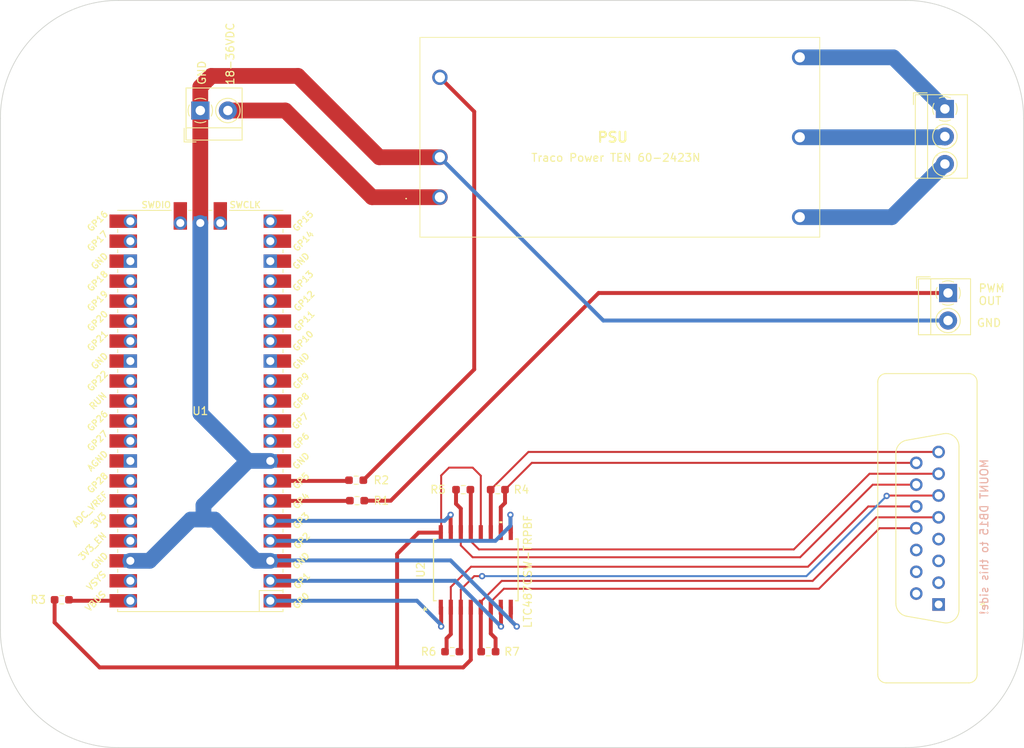
<source format=kicad_pcb>
(kicad_pcb (version 20211014) (generator pcbnew)
  (title_block (title "LFI Rig Driver PCB") (rev "2") (company "Fraktal Oy"))
  (layers (0 "F.Cu" signal) (31 "B.Cu" signal) (34 "B.Paste" user) (35 "F.Paste" user) (36 "B.SilkS" user "B.Silkscreen") (37 "F.SilkS" user "F.Silkscreen") (38 "B.Mask" user) (39 "F.Mask" user) (44 "Edge.Cuts" user))
  (net 0 "")
  (net 1 "Net-(J1-Pad1)")
  (net 2 "Net-(J1-Pad2)")
  (net 3 "Net-(J1-Pad3)")
  (net 4 "Net-(J2-Pad1)")
  (net 5 "GND")
  (net 6 "+15V")
  (net 7 "Net-(PSU1-Pad3)")
  (net 8 "Net-(R1-Pad1)")
  (net 9 "Net-(R2-Pad1)")
  (net 10 "Net-(R3-Pad1)")
  (net 11 "+5V")
  (net 12 "/X-data")
  (net 13 "/Y-data")
  (net 14 "/clock")
  (net 15 "/sync")
  (net 52 "Net-(R7-Pad1)")
  (net 53 "Net-(U2-Pad3)")
  (net 54 "Net-(U2-Pad13)")
  (net 55 "Net-(R4-Pad2)")
  (net 59 "Net-(R7-Pad2)")
  (net 60 "Net-(U2-Pad2)")
  (net 61 "Net-(U2-Pad14)")
  (net 62 "Net-(R4-Pad1)")
  (footprint "Resistor_SMD:R_0603_1608Metric_Pad0.98x0.95mm_HandSolder" (layer "F.Cu") (at 125.2 106)
    (fp_text reference "R2" (at 3.2 0) (layer "F.SilkS"))
    (fp_text value "R102")
    (fp_line (start -0.254724 0.5225) (end 0.254724 0.5225) (layer "F.SilkS") (width 0.12))
    (fp_line (start -0.254724 -0.5225) (end 0.254724 -0.5225) (layer "F.SilkS") (width 0.12))
    (pad "1" smd roundrect (at -0.9125 0) (size 0.975 0.95) (layers "F.Cu" "F.Paste" "F.Mask") (net 9 "Net-(R2-Pad1)"))
    (pad "2" smd roundrect (at 0.9125 0) (size 0.975 0.95) (layers "F.Cu" "F.Paste" "F.Mask") (net 7 "Net-(PSU1-Pad3)"))
  )
  (footprint "Resistor_SMD:R_0603_1608Metric_Pad0.98x0.95mm_HandSolder" (layer "F.Cu") (at 125.3125 108.6)
    (fp_text reference "R1" (at 3.0875 0) (layer "F.SilkS"))
    (fp_text value "R102")
    (fp_line (start -0.254724 0.5225) (end 0.254724 0.5225) (layer "F.SilkS") (width 0.12))
    (fp_line (start -0.254724 -0.5225) (end 0.254724 -0.5225) (layer "F.SilkS") (width 0.12))
    (pad "1" smd roundrect (at -0.9125 0) (size 0.975 0.95) (layers "F.Cu" "F.Paste" "F.Mask") (net 8 "Net-(R1-Pad1)"))
    (pad "2" smd roundrect (at 0.9125 0) (size 0.975 0.95) (layers "F.Cu" "F.Paste" "F.Mask") (net 4 "Net-(J2-Pad1)"))
  )
  (footprint "Ten-60-2423N:TEN602423N" (layer "F.Cu") (at 135.84 70.2)
    (fp_text reference "PSU" (at 21.96 -7.8) (layer "F.SilkS") (effects (font (size 1.27 1.27) (thickness 0.254))))
    (fp_text value "TEN_60-2423N" hide)
    (fp_line (start -4.34 0) (end -4.34 0) (layer "F.SilkS") (width 0.1))
    (fp_line (start 48.26 4.9) (end 48.26 -20.5) (layer "F.SilkS") (width 0.1))
    (fp_line (start -2.54 -20.5) (end -2.54 4.9) (layer "F.SilkS") (width 0.1))
    (fp_line (start -2.54 4.9) (end 48.26 4.9) (layer "F.SilkS") (width 0.1))
    (fp_line (start 48.26 -20.5) (end -2.54 -20.5) (layer "F.SilkS") (width 0.1))
    (fp_line (start -4.24 0) (end -4.24 0) (layer "F.SilkS") (width 0.1))
    (fp_arc (start -4.34 0) (mid -4.29 -0.05) (end -4.24 0) (layer "F.SilkS") (width 0.1))
    (fp_arc (start -4.24 0) (mid -4.29 0.05) (end -4.34 0) (layer "F.SilkS") (width 0.1))
    (pad "1" thru_hole circle locked (at 0 -0.18) (size 1.95 1.95) (drill 1.3) (layers *.Cu *.Mask) (net 6 "+15V"))
    (pad "2" thru_hole circle locked (at 0 -5.26) (size 1.95 1.95) (drill 1.3) (layers *.Cu *.Mask) (net 5 "GND"))
    (pad "3" thru_hole circle locked (at 0 -15.42) (size 1.95 1.95) (drill 1.3) (layers *.Cu *.Mask) (net 7 "Net-(PSU1-Pad3)"))
    (pad "4" thru_hole circle locked (at 45.72 2.36) (size 1.95 1.95) (drill 1.3) (layers *.Cu *.Mask) (net 3 "Net-(J1-Pad3)"))
    (pad "5" thru_hole circle locked (at 45.72 -7.8) (size 1.95 1.95) (drill 1.3) (layers *.Cu *.Mask) (net 2 "Net-(J1-Pad2)"))
    (pad "6" thru_hole circle locked (at 45.72 -17.96) (size 1.95 1.95) (drill 1.3) (layers *.Cu *.Mask) (net 1 "Net-(J1-Pad1)"))
  )
  (footprint "Resistor_SMD:R_0603_1608Metric_Pad0.98x0.95mm_HandSolder" (layer "F.Cu") (at 142 127.8)
    (fp_text reference "R7" (at 3 0) (layer "F.SilkS"))
    (fp_text value "R120")
    (fp_line (start -0.254724 -0.5225) (end 0.254724 -0.5225) (layer "F.SilkS") (width 0.12))
    (fp_line (start -0.254724 0.5225) (end 0.254724 0.5225) (layer "F.SilkS") (width 0.12))
    (pad "1" smd roundrect (at -0.9125 0) (size 0.975 0.95) (layers "F.Cu" "F.Paste" "F.Mask") (net 52 "Net-(R7-Pad1)"))
    (pad "2" smd roundrect (at 0.9125 0) (size 0.975 0.95) (layers "F.Cu" "F.Paste" "F.Mask") (net 59 "Net-(R7-Pad2)"))
  )
  (footprint "Resistor_SMD:R_0603_1608Metric_Pad0.98x0.95mm_HandSolder" (layer "F.Cu") (at 138.8 107.2 180)
    (fp_text reference "R5" (at 3.2 0) (layer "F.SilkS"))
    (fp_text value "R120")
    (fp_line (start -0.254724 -0.5225) (end 0.254724 -0.5225) (layer "F.SilkS") (width 0.12))
    (fp_line (start -0.254724 0.5225) (end 0.254724 0.5225) (layer "F.SilkS") (width 0.12))
    (pad "1" smd roundrect (at -0.9125 0 180) (size 0.975 0.95) (layers "F.Cu" "F.Paste" "F.Mask") (net 54 "Net-(U2-Pad13)"))
    (pad "2" smd roundrect (at 0.9125 0 180) (size 0.975 0.95) (layers "F.Cu" "F.Paste" "F.Mask") (net 61 "Net-(U2-Pad14)"))
  )
  (footprint "Connector_Dsub:DSUB-15_Female_Vertical_P2.77x2.84mm" (layer "F.Cu") (at 199.2 121.8 -90)
    (fp_text reference "J4" hide)
    (fp_text value "DB15_Female")
    (fp_line (start -21.71147 -0.641744) (end -20.882733 4.058256) (layer "F.SilkS") (width 0.12))
    (fp_line (start 2.32147 -0.641744) (end 1.492733 4.058256) (layer "F.SilkS") (width 0.12))
    (fp_line (start 9.965 -3.83) (end 9.965 6.67) (layer "F.SilkS") (width 0.12))
    (fp_line (start -19.247952 5.43) (end -0.142048 5.43) (layer "F.SilkS") (width 0.12))
    (fp_line (start -0.25 -5.784338) (end 0.25 -5.784338) (layer "F.SilkS") (width 0.12))
    (fp_line (start -20.076689 -2.59) (end 0.686689 -2.59) (layer "F.SilkS") (width 0.12))
    (fp_line (start -28.295 -4.89) (end 8.905 -4.89) (layer "F.SilkS") (width 0.12))
    (fp_line (start 8.905 7.73) (end -28.295 7.73) (layer "F.SilkS") (width 0.12))
    (fp_line (start 0 -5.351325) (end -0.25 -5.784338) (layer "F.SilkS") (width 0.12))
    (fp_line (start -29.355 6.67) (end -29.355 -3.83) (layer "F.SilkS") (width 0.12))
    (fp_line (start 0.25 -5.784338) (end 0 -5.351325) (layer "F.SilkS") (width 0.12))
    (fp_arc (start -21.71147 -0.641744) (mid -21.348323 -1.997028) (end -20.076689 -2.59) (layer "F.SilkS") (width 0.12))
    (fp_arc (start 1.492733 4.058256) (mid 0.92498 5.041634) (end -0.142048 5.43) (layer "F.SilkS") (width 0.12))
    (fp_arc (start 0.686689 -2.59) (mid 1.958324 -1.997028) (end 2.32147 -0.641744) (layer "F.SilkS") (width 0.12))
    (fp_arc (start -28.295 7.73) (mid -29.044533 7.419533) (end -29.355 6.67) (layer "F.SilkS") (width 0.12))
    (fp_arc (start -29.355 -3.83) (mid -29.044533 -4.579533) (end -28.295 -4.89) (layer "F.SilkS") (width 0.12))
    (fp_arc (start 8.905 -4.89) (mid 9.654533 -4.579533) (end 9.965 -3.83) (layer "F.SilkS") (width 0.12))
    (fp_arc (start 9.965 6.67) (mid 9.654533 7.419533) (end 8.905 7.73) (layer "F.SilkS") (width 0.12))
    (fp_arc (start -19.247952 5.43) (mid -20.31498 5.041634) (end -20.882733 4.058256) (layer "F.SilkS") (width 0.12))
    (pad "1" thru_hole rect (at 0 0 270) (size 1.6 1.6) (drill 1) (layers *.Cu *.Mask))
    (pad "2" thru_hole circle (at -2.77 0 270) (size 1.6 1.6) (drill 1) (layers *.Cu *.Mask))
    (pad "3" thru_hole circle (at -5.54 0 270) (size 1.6 1.6) (drill 1) (layers *.Cu *.Mask))
    (pad "4" thru_hole circle (at -8.31 0 270) (size 1.6 1.6) (drill 1) (layers *.Cu *.Mask))
    (pad "5" thru_hole circle (at -11.08 0 270) (size 1.6 1.6) (drill 1) (layers *.Cu *.Mask) (net 52 "Net-(R7-Pad1)"))
    (pad "6" thru_hole circle (at -13.85 0 270) (size 1.6 1.6) (drill 1) (layers *.Cu *.Mask) (net 53 "Net-(U2-Pad3)"))
    (pad "7" thru_hole circle (at -16.62 0 270) (size 1.6 1.6) (drill 1) (layers *.Cu *.Mask) (net 54 "Net-(U2-Pad13)"))
    (pad "8" thru_hole circle (at -19.39 0 270) (size 1.6 1.6) (drill 1) (layers *.Cu *.Mask) (net 55 "Net-(R4-Pad2)"))
    (pad "9" thru_hole circle (at -1.385 2.84 270) (size 1.6 1.6) (drill 1) (layers *.Cu *.Mask))
    (pad "10" thru_hole circle (at -4.155 2.84 270) (size 1.6 1.6) (drill 1) (layers *.Cu *.Mask))
    (pad "11" thru_hole circle (at -6.925 2.84 270) (size 1.6 1.6) (drill 1) (layers *.Cu *.Mask))
    (pad "12" thru_hole circle (at -9.695 2.84 270) (size 1.6 1.6) (drill 1) (layers *.Cu *.Mask) (net 59 "Net-(R7-Pad2)"))
    (pad "13" thru_hole circle (at -12.465 2.84 270) (size 1.6 1.6) (drill 1) (layers *.Cu *.Mask) (net 60 "Net-(U2-Pad2)"))
    (pad "14" thru_hole circle (at -15.235 2.84 270) (size 1.6 1.6) (drill 1) (layers *.Cu *.Mask) (net 61 "Net-(U2-Pad14)"))
    (pad "15" thru_hole circle (at -18.005 2.84 270) (size 1.6 1.6) (drill 1) (layers *.Cu *.Mask) (net 62 "Net-(R4-Pad1)"))
  )
  (footprint "Resistor_SMD:R_0603_1608Metric_Pad0.98x0.95mm_HandSolder" (layer "F.Cu") (at 143.2 107.2 180)
    (fp_text reference "R4" (at -3 0) (layer "F.SilkS"))
    (fp_text value "R120")
    (fp_line (start -0.254724 0.5225) (end 0.254724 0.5225) (layer "F.SilkS") (width 0.12))
    (fp_line (start -0.254724 -0.5225) (end 0.254724 -0.5225) (layer "F.SilkS") (width 0.12))
    (pad "1" smd roundrect (at -0.9125 0 180) (size 0.975 0.95) (layers "F.Cu" "F.Paste" "F.Mask") (net 62 "Net-(R4-Pad1)"))
    (pad "2" smd roundrect (at 0.9125 0 180) (size 0.975 0.95) (layers "F.Cu" "F.Paste" "F.Mask") (net 55 "Net-(R4-Pad2)"))
  )
  (footprint "Resistor_SMD:R_0603_1608Metric_Pad0.98x0.95mm_HandSolder" (layer "F.Cu") (at 87.8 121.2)
    (fp_text reference "R3" (at -3 0) (layer "F.SilkS"))
    (fp_text value "R0")
    (fp_line (start -0.254724 0.5225) (end 0.254724 0.5225) (layer "F.SilkS") (width 0.12))
    (fp_line (start -0.254724 -0.5225) (end 0.254724 -0.5225) (layer "F.SilkS") (width 0.12))
    (pad "1" smd roundrect (at -0.9125 0) (size 0.975 0.95) (layers "F.Cu" "F.Paste" "F.Mask") (net 10 "Net-(R3-Pad1)"))
    (pad "2" smd roundrect (at 0.9125 0) (size 0.975 0.95) (layers "F.Cu" "F.Paste" "F.Mask") (net 11 "+5V"))
  )
  (footprint "Resistor_SMD:R_0603_1608Metric_Pad0.98x0.95mm_HandSolder" (layer "F.Cu") (at 137.4 127.8 180)
    (fp_text reference "R6" (at 3 0) (layer "F.SilkS"))
    (fp_text value "R120")
    (fp_line (start -0.254724 -0.5225) (end 0.254724 -0.5225) (layer "F.SilkS") (width 0.12))
    (fp_line (start -0.254724 0.5225) (end 0.254724 0.5225) (layer "F.SilkS") (width 0.12))
    (pad "1" smd roundrect (at -0.9125 0 180) (size 0.975 0.95) (layers "F.Cu" "F.Paste" "F.Mask") (net 53 "Net-(U2-Pad3)"))
    (pad "2" smd roundrect (at 0.9125 0 180) (size 0.975 0.95) (layers "F.Cu" "F.Paste" "F.Mask") (net 60 "Net-(U2-Pad2)"))
  )
  (footprint "TerminalBlock_MetzConnect:TerminalBlock_MetzConnect_Type059_RT06303HBWC_1x03_P3.50mm_Horizontal" (layer "F.Cu") (at 200 58.8 -90)
    (fp_text reference "J1" hide)
    (fp_text value "Galvo OUT")
    (fp_line (start -1.81 -2.86) (end -1.81 3.76) (layer "F.SilkS") (width 0.12))
    (fp_line (start 8.81 -2.86) (end 8.81 3.76) (layer "F.SilkS") (width 0.12))
    (fp_line (start 2.565 1.125) (end 2.511 1.18) (layer "F.SilkS") (width 0.12))
    (fp_line (start -1.81 3.76) (end 8.81 3.76) (layer "F.SilkS") (width 0.12))
    (fp_line (start -1.81 -2.86) (end 8.81 -2.86) (layer "F.SilkS") (width 0.12))
    (fp_line (start 5.897 0.914) (end 5.821 0.99) (layer "F.SilkS") (width 0.12))
    (fp_line (start 2.397 0.914) (end 2.321 0.99) (layer "F.SilkS") (width 0.12))
    (fp_line (start 6.065 1.125) (end 6.011 1.18) (layer "F.SilkS") (width 0.12))
    (fp_line (start 4.49 -1.18) (end 4.436 -1.126) (layer "F.SilkS") (width 0.12))
    (fp_line (start 4.68 -0.99) (end 4.604 -0.914) (layer "F.SilkS") (width 0.12))
    (fp_line (start 7.99 -1.18) (end 7.936 -1.126) (layer "F.SilkS") (width 0.12))
    (fp_line (start -1.81 2.2) (end 8.81 2.2) (layer "F.SilkS") (width 0.12))
    (fp_line (start -2.05 4) (end -0.55 4) (layer "F.SilkS") (width 0.12))
    (fp_line (start -2.05 2.26) (end -2.05 4) (layer "F.SilkS") (width 0.12))
    (fp_line (start 8.18 -0.99) (end 8.104 -0.914) (layer "F.SilkS") (width 0.12))
    (fp_arc (start 0.026444 1.555682) (mid -0.350695 1.515869) (end -0.707 1.386) (layer "F.SilkS") (width 0.12))
    (fp_arc (start -0.705733 -1.386645) (mid 0.000711 -1.555906) (end 0.707 -1.386) (layer "F.SilkS") (width 0.12))
    (fp_arc (start 0.705955 1.385515) (mid 0.363007 1.512035) (end 0 1.555) (layer "F.SilkS") (width 0.12))
    (fp_arc (start -1.386645 0.705733) (mid -1.555906 -0.000711) (end -1.386 -0.707) (layer "F.SilkS") (width 0.12))
    (fp_arc (start 1.386645 -0.705733) (mid 1.555906 0.000711) (end 1.386 0.707) (layer "F.SilkS") (width 0.12))
    (fp_circle (center 3.5 0) (end 5.055 0) (layer "F.SilkS") (width 0.12) (fill none))
    (fp_circle (center 7 0) (end 8.555 0) (layer "F.SilkS") (width 0.12) (fill none))
    (pad "1" thru_hole rect (at 0 0 270) (size 2.3 2.3) (drill 1.2) (layers *.Cu *.Mask) (net 1 "Net-(J1-Pad1)"))
    (pad "2" thru_hole circle (at 3.5 0 270) (size 2.3 2.3) (drill 1.2) (layers *.Cu *.Mask) (net 2 "Net-(J1-Pad2)"))
    (pad "3" thru_hole circle (at 7 0 270) (size 2.3 2.3) (drill 1.2) (layers *.Cu *.Mask) (net 3 "Net-(J1-Pad3)"))
  )
  (footprint "LTC487CSW:SO-16_SW_LIT" (layer "F.Cu") (at 140.4 117.4 90)
    (fp_text reference "U2" (at 0 -7 90 unlocked) (layer "F.SilkS"))
    (fp_text value "LTC487CSW-TRPBF" (at -0.2 6.6 90 unlocked) (layer "F.SilkS"))
    (fp_text user "*" (at -4.9911 -6.1214 90) (layer "F.SilkS"))
    (fp_line (start 3.9243 -5.3721) (end -3.9243 -5.3721) (layer "F.SilkS") (width 0.1524))
    (fp_line (start -3.9243 -5.3721) (end -3.9243 -5.04444) (layer "F.SilkS") (width 0.1524))
    (fp_line (start -3.9243 5.3721) (end 3.9243 5.3721) (layer "F.SilkS") (width 0.1524))
    (fp_line (start -3.9243 5.04444) (end -3.9243 5.3721) (layer "F.SilkS") (width 0.1524))
    (fp_line (start 3.9243 5.3721) (end 3.9243 5.04444) (layer "F.SilkS") (width 0.1524))
    (fp_line (start 3.9243 -5.04444) (end 3.9243 -5.3721) (layer "F.SilkS") (width 0.1524))
    (fp_poly (pts (xy 6.1849 2.9845) (xy 6.1849 3.3655) (xy 5.9309 3.3655) (xy 5.9309 2.9845)) (layer "F.SilkS") (width 0) (fill solid))
    (pad "1" smd rect (at -4.7371 -4.445 90) (size 1.8796 0.5334) (layers "F.Cu" "F.Paste" "F.Mask") (net 12 "/X-data"))
    (pad "2" smd rect (at -4.7371 -3.175 90) (size 1.8796 0.5334) (layers "F.Cu" "F.Paste" "F.Mask") (net 60 "Net-(U2-Pad2)"))
    (pad "3" smd rect (at -4.7371 -1.905 90) (size 1.8796 0.5334) (layers "F.Cu" "F.Paste" "F.Mask") (net 53 "Net-(U2-Pad3)"))
    (pad "4" smd rect (at -4.7371 -0.635 90) (size 1.8796 0.5334) (layers "F.Cu" "F.Paste" "F.Mask") (net 10 "Net-(R3-Pad1)"))
    (pad "5" smd rect (at -4.7371 0.635 90) (size 1.8796 0.5334) (layers "F.Cu" "F.Paste" "F.Mask") (net 52 "Net-(R7-Pad1)"))
    (pad "6" smd rect (at -4.7371 1.905 90) (size 1.8796 0.5334) (layers "F.Cu" "F.Paste" "F.Mask") (net 59 "Net-(R7-Pad2)"))
    (pad "7" smd rect (at -4.7371 3.175 90) (size 1.8796 0.5334) (layers "F.Cu" "F.Paste" "F.Mask") (net 13 "/Y-data"))
    (pad "8" smd rect (at -4.7371 4.445 90) (size 1.8796 0.5334) (layers "F.Cu" "F.Paste" "F.Mask") (net 5 "GND"))
    (pad "9" smd rect (at 4.7371 4.445 90) (size 1.8796 0.5334) (layers "F.Cu" "F.Paste" "F.Mask") (net 14 "/clock"))
    (pad "10" smd rect (at 4.7371 3.175 90) (size 1.8796 0.5334) (layers "F.Cu" "F.Paste" "F.Mask") (net 62 "Net-(R4-Pad1)"))
    (pad "11" smd rect (at 4.7371 1.905 90) (size 1.8796 0.5334) (layers "F.Cu" "F.Paste" "F.Mask") (net 55 "Net-(R4-Pad2)"))
    (pad "12" smd rect (at 4.7371 0.635 90) (size 1.8796 0.5334) (layers "F.Cu" "F.Paste" "F.Mask") (net 10 "Net-(R3-Pad1)"))
    (pad "13" smd rect (at 4.7371 -0.635 90) (size 1.8796 0.5334) (layers "F.Cu" "F.Paste" "F.Mask") (net 54 "Net-(U2-Pad13)"))
    (pad "14" smd rect (at 4.7371 -1.905 90) (size 1.8796 0.5334) (layers "F.Cu" "F.Paste" "F.Mask") (net 61 "Net-(U2-Pad14)"))
    (pad "15" smd rect (at 4.7371 -3.175 90) (size 1.8796 0.5334) (layers "F.Cu" "F.Paste" "F.Mask") (net 15 "/sync"))
    (pad "16" smd rect (at 4.7371 -4.445 90) (size 1.8796 0.5334) (layers "F.Cu" "F.Paste" "F.Mask") (net 10 "Net-(R3-Pad1)"))
  )
  (footprint "TerminalBlock_MetzConnect:TerminalBlock_MetzConnect_Type059_RT06302HBWC_1x02_P3.50mm_Horizontal" (layer "F.Cu") (at 200.4 82.2 -90)
    (fp_text reference "J2" hide)
    (fp_text value "Laser OUT")
    (fp_line (start 2.397 0.914) (end 2.321 0.99) (layer "F.SilkS") (width 0.12))
    (fp_line (start -1.81 3.76) (end 5.31 3.76) (layer "F.SilkS") (width 0.12))
    (fp_line (start -1.81 2.2) (end 5.31 2.2) (layer "F.SilkS") (width 0.12))
    (fp_line (start -1.81 -2.86) (end -1.81 3.76) (layer "F.SilkS") (width 0.12))
    (fp_line (start 4.49 -1.18) (end 4.436 -1.126) (layer "F.SilkS") (width 0.12))
    (fp_line (start -1.81 -2.86) (end 5.31 -2.86) (layer "F.SilkS") (width 0.12))
    (fp_line (start 2.565 1.125) (end 2.511 1.18) (layer "F.SilkS") (width 0.12))
    (fp_line (start 5.31 -2.86) (end 5.31 3.76) (layer "F.SilkS") (width 0.12))
    (fp_line (start 4.68 -0.99) (end 4.604 -0.914) (layer "F.SilkS") (width 0.12))
    (fp_line (start -2.05 2.26) (end -2.05 4) (layer "F.SilkS") (width 0.12))
    (fp_line (start -2.05 4) (end -0.55 4) (layer "F.SilkS") (width 0.12))
    (fp_arc (start -0.705733 -1.386645) (mid 0.000711 -1.555906) (end 0.707 -1.386) (layer "F.SilkS") (width 0.12))
    (fp_arc (start -1.386645 0.705733) (mid -1.555906 -0.000711) (end -1.386 -0.707) (layer "F.SilkS") (width 0.12))
    (fp_arc (start 0.026444 1.555682) (mid -0.350695 1.515869) (end -0.707 1.386) (layer "F.SilkS") (width 0.12))
    (fp_arc (start 1.386645 -0.705733) (mid 1.555906 0.000711) (end 1.386 0.707) (layer "F.SilkS") (width 0.12))
    (fp_arc (start 0.705955 1.385515) (mid 0.363007 1.512035) (end 0 1.555) (layer "F.SilkS") (width 0.12))
    (fp_circle (center 3.5 0) (end 5.055 0) (layer "F.SilkS") (width 0.12) (fill none))
    (pad "1" thru_hole rect (at 0 0 270) (size 2.3 2.3) (drill 1.2) (layers *.Cu *.Mask) (net 4 "Net-(J2-Pad1)"))
    (pad "2" thru_hole circle (at 3.5 0 270) (size 2.3 2.3) (drill 1.2) (layers *.Cu *.Mask) (net 5 "GND"))
  )
  (footprint "PICO:RPi_Pico_SMD_TH" (layer "F.Cu") (at 105.4 97.2 180)
    (fp_text reference "U1" (at 0 0) (layer "F.SilkS"))
    (fp_text value "Pico")
    (fp_text user "GND" (at -12.8 -19.05 45) (layer "F.SilkS") (effects (font (size 0.8 0.8))))
    (fp_text user "GP20" (at 13.054 11.43 45) (layer "F.SilkS") (effects (font (size 0.8 0.8))))
    (fp_text user "RUN" (at 13 1.27 45) (layer "F.SilkS") (effects (font (size 0.8 0.8))))
    (fp_text user "GP19" (at 13.054 13.97 45) (layer "F.SilkS") (effects (font (size 0.8 0.8))))
    (fp_text user "GP22" (at 13.054 3.81 45) (layer "F.SilkS") (effects (font (size 0.8 0.8))))
    (fp_text user "SWDIO" (at 5.6 26.2) (layer "F.SilkS") (effects (font (size 0.8 0.8))))
    (fp_text user "AGND" (at 13.054 -6.35 45) (layer "F.SilkS") (effects (font (size 0.8 0.8))))
    (fp_text user "3V3_EN" (at 13.7 -17.2 45) (layer "F.SilkS") (effects (font (size 0.8 0.8))))
    (fp_text user "3V3" (at 12.9 -13.9 45) (layer "F.SilkS") (effects (font (size 0.8 0.8))))
    (fp_text user "GP16" (at 13.054 24.13 45) (layer "F.SilkS") (effects (font (size 0.8 0.8))))
    (fp_text user "GP18" (at 13.054 16.51 45) (layer "F.SilkS") (effects (font (size 0.8 0.8))))
    (fp_text user "SWCLK" (at -5.7 26.2) (layer "F.SilkS") (effects (font (size 0.8 0.8))))
    (fp_text user "GP12" (at -13.2 13.97 45) (layer "F.SilkS") (effects (font (size 0.8 0.8))))
    (fp_text user "VSYS" (at 13.2 -21.59 45) (layer "F.SilkS") (effects (font (size 0.8 0.8))))
    (fp_text user "GP11" (at -13.2 11.43 45) (layer "F.SilkS") (effects (font (size 0.8 0.8))))
    (fp_text user "GP3" (at -12.8 -13.97 45) (layer "F.SilkS") (effects (font (size 0.8 0.8))))
    (fp_text user "GP17" (at 13.054 21.59 45) (layer "F.SilkS") (effects (font (size 0.8 0.8))))
    (fp_text user "GP10" (at -13.054 8.89 45) (layer "F.SilkS") (effects (font (size 0.8 0.8))))
    (fp_text user "GND" (at 12.8 19.05 45) (layer "F.SilkS") (effects (font (size 0.8 0.8))))
    (fp_text user "GND" (at 12.8 -19.05 45) (layer "F.SilkS") (effects (font (size 0.8 0.8))))
    (fp_text user "GND" (at -12.8 19.05 45) (layer "F.SilkS") (effects (font (size 0.8 0.8))))
    (fp_text user "GP4" (at -12.8 -11.43 45) (layer "F.SilkS") (effects (font (size 0.8 0.8))))
    (fp_text user "GP0" (at -12.8 -24.13 45) (layer "F.SilkS") (effects (font (size 0.8 0.8))))
    (fp_text user "GP15" (at -13.054 24.13 45) (layer "F.SilkS") (effects (font (size 0.8 0.8))))
    (fp_text user "GND" (at -12.8 -6.35 45) (layer "F.SilkS") (effects (font (size 0.8 0.8))))
    (fp_text user "GP6" (at -12.8 -3.81 45) (layer "F.SilkS") (effects (font (size 0.8 0.8))))
    (fp_text user "GP28" (at 13.054 -9.144 45) (layer "F.SilkS") (effects (font (size 0.8 0.8))))
    (fp_text user "GP14" (at -13.1 21.59 45) (layer "F.SilkS") (effects (font (size 0.8 0.8))))
    (fp_text user "GP13" (at -13.054 16.51 45) (layer "F.SilkS") (effects (font (size 0.8 0.8))))
    (fp_text user "ADC_VREF" (at 14 -12.5 45) (layer "F.SilkS") (effects (font (size 0.8 0.8))))
    (fp_text user "GP7" (at -12.7 -1.3 45) (layer "F.SilkS") (effects (font (size 0.8 0.8))))
    (fp_text user "GP21" (at 13.054 8.9 45) (layer "F.SilkS") (effects (font (size 0.8 0.8))))
    (fp_text user "VBUS" (at 13.3 -24.2 45) (layer "F.SilkS") (effects (font (size 0.8 0.8))))
    (fp_text user "GP9" (at -12.8 3.81 45) (layer "F.SilkS") (effects (font (size 0.8 0.8))))
    (fp_text user "GP26" (at 13.054 -1.27 45) (layer "F.SilkS") (effects (font (size 0.8 0.8))))
    (fp_text user "GND" (at 12.8 6.35 45) (layer "F.SilkS") (effects (font (size 0.8 0.8))))
    (fp_text user "GP5" (at -12.8 -8.89 45) (layer "F.SilkS") (effects (font (size 0.8 0.8))))
    (fp_text user "GND" (at -12.8 6.35 45) (layer "F.SilkS") (effects (font (size 0.8 0.8))))
    (fp_text user "GP27" (at 13.054 -3.8 45) (layer "F.SilkS") (effects (font (size 0.8 0.8))))
    (fp_text user "GP1" (at -12.9 -21.6 45) (layer "F.SilkS") (effects (font (size 0.8 0.8))))
    (fp_text user "GP8" (at -12.8 1.27 45) (layer "F.SilkS") (effects (font (size 0.8 0.8))))
    (fp_text user "GP2" (at -12.9 -16.51 45) (layer "F.SilkS") (effects (font (size 0.8 0.8))))
    (fp_line (start -7.493 -22.833) (end -7.493 -25.5) (layer "F.SilkS") (width 0.12))
    (fp_line (start -10.5 -7.8) (end -10.5 -7.4) (layer "F.SilkS") (width 0.12))
    (fp_line (start 10.5 -2.7) (end 10.5 -2.3) (layer "F.SilkS") (width 0.12))
    (fp_line (start 10.5 -12.9) (end 10.5 -12.5) (layer "F.SilkS") (width 0.12))
    (fp_line (start -10.5 -2.7) (end -10.5 -2.3) (layer "F.SilkS") (width 0.12))
    (fp_line (start 10.5 -15.4) (end 10.5 -15) (layer "F.SilkS") (width 0.12))
    (fp_line (start -10.5 7.4) (end -10.5 7.8) (layer "F.SilkS") (width 0.12))
    (fp_line (start 10.5 -5.3) (end 10.5 -4.9) (layer "F.SilkS") (width 0.12))
    (fp_line (start 10.5 -7.8) (end 10.5 -7.4) (layer "F.SilkS") (width 0.12))
    (fp_line (start 10.5 7.4) (end 10.5 7.8) (layer "F.SilkS") (width 0.12))
    (fp_line (start 10.5 20.1) (end 10.5 20.5) (layer "F.SilkS") (width 0.12))
    (fp_line (start 10.5 22.7) (end 10.5 23.1) (layer "F.SilkS") (width 0.12))
    (fp_line (start -10.5 -25.5) (end -10.5 -25.2) (layer "F.SilkS") (width 0.12))
    (fp_line (start 10.5 15.1) (end 10.5 15.5) (layer "F.SilkS") (width 0.12))
    (fp_line (start -10.5 4.9) (end -10.5 5.3) (layer "F.SilkS") (width 0.12))
    (fp_line (start 10.5 -18) (end 10.5 -17.6) (layer "F.SilkS") (width 0.12))
    (fp_line (start -10.5 -18) (end -10.5 -17.6) (layer "F.SilkS") (width 0.12))
    (fp_line (start -10.5 15.1) (end -10.5 15.5) (layer "F.SilkS") (width 0.12))
    (fp_line (start -10.5 22.7) (end -10.5 23.1) (layer "F.SilkS") (width 0.12))
    (fp_line (start -10.5 -23.1) (end -10.5 -22.7) (layer "F.SilkS") (width 0.12))
    (fp_line (start 10.5 25.5) (end 3.7 25.5) (layer "F.SilkS") (width 0.12))
    (fp_line (start -10.5 -15.4) (end -10.5 -15) (layer "F.SilkS") (width 0.12))
    (fp_line (start -10.5 2.3) (end -10.5 2.7) (layer "F.SilkS") (width 0.12))
    (fp_line (start 10.5 -20.5) (end 10.5 -20.1) (layer "F.SilkS") (width 0.12))
    (fp_line (start -10.5 10) (end -10.5 10.4) (layer "F.SilkS") (width 0.12))
    (fp_line (start 10.5 -0.2) (end 10.5 0.2) (layer "F.SilkS") (width 0.12))
    (fp_line (start 1.1 25.5) (end 1.5 25.5) (layer "F.SilkS") (width 0.12))
    (fp_line (start -10.5 -22.833) (end -7.493 -22.833) (layer "F.SilkS") (width 0.12))
    (fp_line (start -1.5 25.5) (end -1.1 25.5) (layer "F.SilkS") (width 0.12))
    (fp_line (start 10.5 2.3) (end 10.5 2.7) (layer "F.SilkS") (width 0.12))
    (fp_line (start -10.5 -10.4) (end -10.5 -10) (layer "F.SilkS") (width 0.12))
    (fp_line (start 10.5 -23.1) (end 10.5 -22.7) (layer "F.SilkS") (width 0.12))
    (fp_line (start -10.5 -25.5) (end 10.5 -25.5) (layer "F.SilkS") (width 0.12))
    (fp_line (start 10.5 -25.5) (end 10.5 -25.2) (layer "F.SilkS") (width 0.12))
    (fp_line (start -10.5 -0.2) (end -10.5 0.2) (layer "F.SilkS") (width 0.12))
    (fp_line (start 10.5 10) (end 10.5 10.4) (layer "F.SilkS") (width 0.12))
    (fp_line (start -10.5 -20.5) (end -10.5 -20.1) (layer "F.SilkS") (width 0.12))
    (fp_line (start -3.7 25.5) (end -10.5 25.5) (layer "F.SilkS") (width 0.12))
    (fp_line (start -10.5 17.6) (end -10.5 18) (layer "F.SilkS") (width 0.12))
    (fp_line (start -10.5 -12.9) (end -10.5 -12.5) (layer "F.SilkS") (width 0.12))
    (fp_line (start -10.5 20.1) (end -10.5 20.5) (layer "F.SilkS") (width 0.12))
    (fp_line (start -10.5 -5.3) (end -10.5 -4.9) (layer "F.SilkS") (width 0.12))
    (fp_line (start 10.5 17.6) (end 10.5 18) (layer "F.SilkS") (width 0.12))
    (fp_line (start 10.5 -10.4) (end 10.5 -10) (layer "F.SilkS") (width 0.12))
    (fp_line (start -10.5 12.5) (end -10.5 12.9) (layer "F.SilkS") (width 0.12))
    (fp_line (start 10.5 4.9) (end 10.5 5.3) (layer "F.SilkS") (width 0.12))
    (fp_line (start 10.5 12.5) (end 10.5 12.9) (layer "F.SilkS") (width 0.12))
    (pad "" np_thru_hole oval (at 2.725 -24 180) (size 1.8 1.8) (drill 1.8) (layers *.Cu *.Mask))
    (pad "" np_thru_hole oval (at 2.425 -20.97 180) (size 1.5 1.5) (drill 1.5) (layers *.Cu *.Mask))
    (pad "" np_thru_hole oval (at -2.725 -24 180) (size 1.8 1.8) (drill 1.8) (layers *.Cu *.Mask))
    (pad "" np_thru_hole oval (at -2.425 -20.97 180) (size 1.5 1.5) (drill 1.5) (layers *.Cu *.Mask))
    (pad "1" thru_hole oval (at -8.89 -24.13 180) (size 1.7 1.7) (drill 1.02) (layers *.Cu *.Mask) (net 12 "/X-data"))
    (pad "1" smd rect (at -8.89 -24.13 180) (size 3.5 1.7) (drill (offset -0.9 0)) (layers "F.Cu" "F.Mask") (net 12 "/X-data"))
    (pad "2" thru_hole oval (at -8.89 -21.59 180) (size 1.7 1.7) (drill 1.02) (layers *.Cu *.Mask) (net 13 "/Y-data"))
    (pad "2" smd rect (at -8.89 -21.59 180) (size 3.5 1.7) (drill (offset -0.9 0)) (layers "F.Cu" "F.Mask") (net 13 "/Y-data"))
    (pad "3" thru_hole rect (at -8.89 -19.05 180) (size 1.7 1.7) (drill 1.02) (layers *.Cu *.Mask) (net 5 "GND"))
    (pad "3" smd rect (at -8.89 -19.05 180) (size 3.5 1.7) (drill (offset -0.9 0)) (layers "F.Cu" "F.Mask") (net 5 "GND"))
    (pad "4" thru_hole oval (at -8.89 -16.51 180) (size 1.7 1.7) (drill 1.02) (layers *.Cu *.Mask) (net 14 "/clock"))
    (pad "4" smd rect (at -8.89 -16.51 180) (size 3.5 1.7) (drill (offset -0.9 0)) (layers "F.Cu" "F.Mask") (net 14 "/clock"))
    (pad "5" smd rect (at -8.89 -13.97 180) (size 3.5 1.7) (drill (offset -0.9 0)) (layers "F.Cu" "F.Mask") (net 15 "/sync"))
    (pad "5" thru_hole oval (at -8.89 -13.97 180) (size 1.7 1.7) (drill 1.02) (layers *.Cu *.Mask) (net 15 "/sync"))
    (pad "6" smd rect (at -8.89 -11.43 180) (size 3.5 1.7) (drill (offset -0.9 0)) (layers "F.Cu" "F.Mask") (net 8 "Net-(R1-Pad1)"))
    (pad "6" thru_hole oval (at -8.89 -11.43 180) (size 1.7 1.7) (drill 1.02) (layers *.Cu *.Mask) (net 8 "Net-(R1-Pad1)"))
    (pad "7" thru_hole oval (at -8.89 -8.89 180) (size 1.7 1.7) (drill 1.02) (layers *.Cu *.Mask) (net 9 "Net-(R2-Pad1)"))
    (pad "7" smd rect (at -8.89 -8.89 180) (size 3.5 1.7) (drill (offset -0.9 0)) (layers "F.Cu" "F.Mask") (net 9 "Net-(R2-Pad1)"))
    (pad "8" smd rect (at -8.89 -6.35 180) (size 3.5 1.7) (drill (offset -0.9 0)) (layers "F.Cu" "F.Mask") (net 5 "GND"))
    (pad "8" thru_hole rect (at -8.89 -6.35 180) (size 1.7 1.7) (drill 1.02) (layers *.Cu *.Mask) (net 5 "GND"))
    (pad "9" thru_hole oval (at -8.89 -3.81 180) (size 1.7 1.7) (drill 1.02) (layers *.Cu *.Mask))
    (pad "9" smd rect (at -8.89 -3.81 180) (size 3.5 1.7) (drill (offset -0.9 0)) (layers "F.Cu" "F.Mask"))
    (pad "10" thru_hole oval (at -8.89 -1.27 180) (size 1.7 1.7) (drill 1.02) (layers *.Cu *.Mask))
    (pad "10" smd rect (at -8.89 -1.27 180) (size 3.5 1.7) (drill (offset -0.9 0)) (layers "F.Cu" "F.Mask"))
    (pad "11" smd rect (at -8.89 1.27 180) (size 3.5 1.7) (drill (offset -0.9 0)) (layers "F.Cu" "F.Mask"))
    (pad "11" thru_hole oval (at -8.89 1.27 180) (size 1.7 1.7) (drill 1.02) (layers *.Cu *.Mask))
    (pad "12" smd rect (at -8.89 3.81 180) (size 3.5 1.7) (drill (offset -0.9 0)) (layers "F.Cu" "F.Mask"))
    (pad "12" thru_hole oval (at -8.89 3.81 180) (size 1.7 1.7) (drill 1.02) (layers *.Cu *.Mask))
    (pad "13" thru_hole rect (at -8.89 6.35 180) (size 1.7 1.7) (drill 1.02) (layers *.Cu *.Mask))
    (pad "13" smd rect (at -8.89 6.35 180) (size 3.5 1.7) (drill (offset -0.9 0)) (layers "F.Cu" "F.Mask"))
    (pad "14" thru_hole oval (at -8.89 8.89 180) (size 1.7 1.7) (drill 1.02) (layers *.Cu *.Mask))
    (pad "14" smd rect (at -8.89 8.89 180) (size 3.5 1.7) (drill (offset -0.9 0)) (layers "F.Cu" "F.Mask"))
    (pad "15" thru_hole oval (at -8.89 11.43 180) (size 1.7 1.7) (drill 1.02) (layers *.Cu *.Mask))
    (pad "15" smd rect (at -8.89 11.43 180) (size 3.5 1.7) (drill (offset -0.9 0)) (layers "F.Cu" "F.Mask"))
    (pad "16" smd rect (at -8.89 13.97 180) (size 3.5 1.7) (drill (offset -0.9 0)) (layers "F.Cu" "F.Mask"))
    (pad "16" thru_hole oval (at -8.89 13.97 180) (size 1.7 1.7) (drill 1.02) (layers *.Cu *.Mask))
    (pad "17" smd rect (at -8.89 16.51 180) (size 3.5 1.7) (drill (offset -0.9 0)) (layers "F.Cu" "F.Mask"))
    (pad "17" thru_hole oval (at -8.89 16.51 180) (size 1.7 1.7) (drill 1.02) (layers *.Cu *.Mask))
    (pad "18" thru_hole rect (at -8.89 19.05 180) (size 1.7 1.7) (drill 1.02) (layers *.Cu *.Mask))
    (pad "18" smd rect (at -8.89 19.05 180) (size 3.5 1.7) (drill (offset -0.9 0)) (layers "F.Cu" "F.Mask"))
    (pad "19" thru_hole oval (at -8.89 21.59 180) (size 1.7 1.7) (drill 1.02) (layers *.Cu *.Mask))
    (pad "19" smd rect (at -8.89 21.59 180) (size 3.5 1.7) (drill (offset -0.9 0)) (layers "F.Cu" "F.Mask"))
    (pad "20" smd rect (at -8.89 24.13 180) (size 3.5 1.7) (drill (offset -0.9 0)) (layers "F.Cu" "F.Mask"))
    (pad "20" thru_hole oval (at -8.89 24.13 180) (size 1.7 1.7) (drill 1.02) (layers *.Cu *.Mask))
    (pad "21" thru_hole oval (at 8.89 24.13 180) (size 1.7 1.7) (drill 1.02) (layers *.Cu *.Mask))
    (pad "21" smd rect (at 8.89 24.13 180) (size 3.5 1.7) (drill (offset 0.9 0)) (layers "F.Cu" "F.Mask"))
    (pad "22" smd rect (at 8.89 21.59 180) (size 3.5 1.7) (drill (offset 0.9 0)) (layers "F.Cu" "F.Mask"))
    (pad "22" thru_hole oval (at 8.89 21.59 180) (size 1.7 1.7) (drill 1.02) (layers *.Cu *.Mask))
    (pad "23" thru_hole rect (at 8.89 19.05 180) (size 1.7 1.7) (drill 1.02) (layers *.Cu *.Mask))
    (pad "23" smd rect (at 8.89 19.05 180) (size 3.5 1.7) (drill (offset 0.9 0)) (layers "F.Cu" "F.Mask"))
    (pad "24" smd rect (at 8.89 16.51 180) (size 3.5 1.7) (drill (offset 0.9 0)) (layers "F.Cu" "F.Mask"))
    (pad "24" thru_hole oval (at 8.89 16.51 180) (size 1.7 1.7) (drill 1.02) (layers *.Cu *.Mask))
    (pad "25" thru_hole oval (at 8.89 13.97 180) (size 1.7 1.7) (drill 1.02) (layers *.Cu *.Mask))
    (pad "25" smd rect (at 8.89 13.97 180) (size 3.5 1.7) (drill (offset 0.9 0)) (layers "F.Cu" "F.Mask"))
    (pad "26" smd rect (at 8.89 11.43 180) (size 3.5 1.7) (drill (offset 0.9 0)) (layers "F.Cu" "F.Mask"))
    (pad "26" thru_hole oval (at 8.89 11.43 180) (size 1.7 1.7) (drill 1.02) (layers *.Cu *.Mask))
    (pad "27" thru_hole oval (at 8.89 8.89 180) (size 1.7 1.7) (drill 1.02) (layers *.Cu *.Mask))
    (pad "27" smd rect (at 8.89 8.89 180) (size 3.5 1.7) (drill (offset 0.9 0)) (layers "F.Cu" "F.Mask"))
    (pad "28" smd rect (at 8.89 6.35 180) (size 3.5 1.7) (drill (offset 0.9 0)) (layers "F.Cu" "F.Mask"))
    (pad "28" thru_hole rect (at 8.89 6.35 180) (size 1.7 1.7) (drill 1.02) (layers *.Cu *.Mask))
    (pad "29" smd rect (at 8.89 3.81 180) (size 3.5 1.7) (drill (offset 0.9 0)) (layers "F.Cu" "F.Mask"))
    (pad "29" thru_hole oval (at 8.89 3.81 180) (size 1.7 1.7) (drill 1.02) (layers *.Cu *.Mask))
    (pad "30" smd rect (at 8.89 1.27 180) (size 3.5 1.7) (drill (offset 0.9 0)) (layers "F.Cu" "F.Mask"))
    (pad "30" thru_hole oval (at 8.89 1.27 180) (size 1.7 1.7) (drill 1.02) (layers *.Cu *.Mask))
    (pad "31" thru_hole oval (at 8.89 -1.27 180) (size 1.7 1.7) (drill 1.02) (layers *.Cu *.Mask))
    (pad "31" smd rect (at 8.89 -1.27 180) (size 3.5 1.7) (drill (offset 0.9 0)) (layers "F.Cu" "F.Mask"))
    (pad "32" smd rect (at 8.89 -3.81 180) (size 3.5 1.7) (drill (offset 0.9 0)) (layers "F.Cu" "F.Mask"))
    (pad "32" thru_hole oval (at 8.89 -3.81 180) (size 1.7 1.7) (drill 1.02) (layers *.Cu *.Mask))
    (pad "33" thru_hole rect (at 8.89 -6.35 180) (size 1.7 1.7) (drill 1.02) (layers *.Cu *.Mask))
    (pad "33" smd rect (at 8.89 -6.35 180) (size 3.5 1.7) (drill (offset 0.9 0)) (layers "F.Cu" "F.Mask"))
    (pad "34" smd rect (at 8.89 -8.89 180) (size 3.5 1.7) (drill (offset 0.9 0)) (layers "F.Cu" "F.Mask"))
    (pad "34" thru_hole oval (at 8.89 -8.89 180) (size 1.7 1.7) (drill 1.02) (layers *.Cu *.Mask))
    (pad "35" thru_hole oval (at 8.89 -11.43 180) (size 1.7 1.7) (drill 1.02) (layers *.Cu *.Mask))
    (pad "35" smd rect (at 8.89 -11.43 180) (size 3.5 1.7) (drill (offset 0.9 0)) (layers "F.Cu" "F.Mask"))
    (pad "36" smd rect (at 8.89 -13.97 180) (size 3.5 1.7) (drill (offset 0.9 0)) (layers "F.Cu" "F.Mask"))
    (pad "36" thru_hole oval (at 8.89 -13.97 180) (size 1.7 1.7) (drill 1.02) (layers *.Cu *.Mask))
    (pad "37" smd rect (at 8.89 -16.51 180) (size 3.5 1.7) (drill (offset 0.9 0)) (layers "F.Cu" "F.Mask"))
    (pad "37" thru_hole oval (at 8.89 -16.51 180) (size 1.7 1.7) (drill 1.02) (layers *.Cu *.Mask))
    (pad "38" thru_hole rect (at 8.89 -19.05 180) (size 1.7 1.7) (drill 1.02) (layers *.Cu *.Mask) (net 5 "GND"))
    (pad "38" smd rect (at 8.89 -19.05 180) (size 3.5 1.7) (drill (offset 0.9 0)) (layers "F.Cu" "F.Mask") (net 5 "GND"))
    (pad "39" smd rect (at 8.89 -21.59 180) (size 3.5 1.7) (drill (offset 0.9 0)) (layers "F.Cu" "F.Mask"))
    (pad "39" thru_hole oval (at 8.89 -21.59 180) (size 1.7 1.7) (drill 1.02) (layers *.Cu *.Mask))
    (pad "40" thru_hole oval (at 8.89 -24.13 180) (size 1.7 1.7) (drill 1.02) (layers *.Cu *.Mask) (net 11 "+5V"))
    (pad "40" smd rect (at 8.89 -24.13 180) (size 3.5 1.7) (drill (offset 0.9 0)) (layers "F.Cu" "F.Mask") (net 11 "+5V"))
    (pad "41" thru_hole oval (at -2.54 23.9 180) (size 1.7 1.7) (drill 1.02) (layers *.Cu *.Mask))
    (pad "41" smd rect (at -2.54 23.9 270) (size 3.5 1.7) (drill (offset -0.9 0)) (layers "F.Cu" "F.Mask"))
    (pad "42" thru_hole rect (at 0 23.9 180) (size 1.7 1.7) (drill 1.02) (layers *.Cu *.Mask) (net 5 "GND"))
    (pad "42" smd rect (at 0 23.9 270) (size 3.5 1.7) (drill (offset -0.9 0)) (layers "F.Cu" "F.Mask") (net 5 "GND"))
    (pad "43" smd rect (at 2.54 23.9 270) (size 3.5 1.7) (drill (offset -0.9 0)) (layers "F.Cu" "F.Mask"))
    (pad "43" thru_hole oval (at 2.54 23.9 180) (size 1.7 1.7) (drill 1.02) (layers *.Cu *.Mask))
  )
  (footprint "TerminalBlock_MetzConnect:TerminalBlock_MetzConnect_Type059_RT06302HBWC_1x02_P3.50mm_Horizontal" (layer "F.Cu") (at 105.4 59)
    (fp_text reference "J3" hide)
    (fp_text value "Galvo IN")
    (fp_line (start 2.565 1.125) (end 2.511 1.18) (layer "F.SilkS") (width 0.12))
    (fp_line (start 2.397 0.914) (end 2.321 0.99) (layer "F.SilkS") (width 0.12))
    (fp_line (start -1.81 3.76) (end 5.31 3.76) (layer "F.SilkS") (width 0.12))
    (fp_line (start -1.81 2.2) (end 5.31 2.2) (layer "F.SilkS") (width 0.12))
    (fp_line (start 4.49 -1.18) (end 4.436 -1.126) (layer "F.SilkS") (width 0.12))
    (fp_line (start -1.81 -2.86) (end -1.81 3.76) (layer "F.SilkS") (width 0.12))
    (fp_line (start -1.81 -2.86) (end 5.31 -2.86) (layer "F.SilkS") (width 0.12))
    (fp_line (start -2.05 4) (end -0.55 4) (layer "F.SilkS") (width 0.12))
    (fp_line (start 5.31 -2.86) (end 5.31 3.76) (layer "F.SilkS") (width 0.12))
    (fp_line (start 4.68 -0.99) (end 4.604 -0.914) (layer "F.SilkS") (width 0.12))
    (fp_line (start -2.05 2.26) (end -2.05 4) (layer "F.SilkS") (width 0.12))
    (fp_arc (start 1.386645 -0.705733) (mid 1.555906 0.000711) (end 1.386 0.707) (layer "F.SilkS") (width 0.12))
    (fp_arc (start 0.705955 1.385515) (mid 0.363007 1.512035) (end 0 1.555) (layer "F.SilkS") (width 0.12))
    (fp_arc (start 0.026444 1.555682) (mid -0.350695 1.515869) (end -0.707 1.386) (layer "F.SilkS") (width 0.12))
    (fp_arc (start -1.386645 0.705733) (mid -1.555906 -0.000711) (end -1.386 -0.707) (layer "F.SilkS") (width 0.12))
    (fp_arc (start -0.705733 -1.386645) (mid 0.000711 -1.555906) (end 0.707 -1.386) (layer "F.SilkS") (width 0.12))
    (fp_circle (center 3.5 0) (end 5.055 0) (layer "F.SilkS") (width 0.12) (fill none))
    (pad "1" thru_hole rect (at 0 0) (size 2.3 2.3) (drill 1.2) (layers *.Cu *.Mask) (net 5 "GND"))
    (pad "2" thru_hole circle (at 3.5 0) (size 2.3 2.3) (drill 1.2) (layers *.Cu *.Mask) (net 6 "+15V"))
  )
  (gr_arc (start 195 45) (mid 205.606602 49.393398) (end 210 60) (layer "Edge.Cuts") (width 0.1))
  (gr_arc (start 95 140) (mid 84.393398 135.606602) (end 80 125) (layer "Edge.Cuts") (width 0.1))
  (gr_line (start 80 125) (end 80 60) (layer "Edge.Cuts") (width 0.1))
  (gr_arc (start 80 60) (mid 84.393398 49.393398) (end 95 45) (layer "Edge.Cuts") (width 0.1))
  (gr_line (start 95 45) (end 195 45) (layer "Edge.Cuts") (width 0.1))
  (gr_line (start 195 140) (end 95 140) (layer "Edge.Cuts") (width 0.1))
  (gr_line (start 210 60) (end 210 125) (layer "Edge.Cuts") (width 0.1))
  (gr_arc (start 210 125) (mid 205.606602 135.606602) (end 195 140) (layer "Edge.Cuts") (width 0.1))
  (gr_text "MOUNT DB15 to this side!" (at 205 113.2 90) (layer "B.SilkS") (effects (font (size 1 1)) (justify mirror)))
  (gr_text "GND" (at 205.6 86) (layer "F.SilkS") (effects (font (size 1 1))))
  (gr_text "18-36VDC" (at 109.2 51.8 90) (layer "F.SilkS") (effects (font (size 1 1))))
  (gr_text "GND" (at 105.6 54.2 90) (layer "F.SilkS") (effects (font (size 1 1))))
  (gr_text "PWM\nOUT" (at 204.2 82.4) (layer "F.SilkS") (effects (font (size 1 1)) (justify left)))
  (gr_text "Traco Power TEN 60-2423N" (at 158.2 65) (layer "F.SilkS") (effects (font (size 1 1))))
  (segment (start 193.44 52.24) (end 200 58.8) (width 2) (layer "B.Cu") (net 1))
  (segment (start 181.56 52.24) (end 193.44 52.24) (width 2) (layer "B.Cu") (net 1))
  (segment (start 181.56 62.4) (end 199.9 62.4) (width 2) (layer "B.Cu") (net 2))
  (segment (start 199.9 62.4) (end 200 62.3) (width 2) (layer "B.Cu") (net 2))
  (segment (start 193.24 72.56) (end 200 65.8) (width 2) (layer "B.Cu") (net 3))
  (segment (start 181.56 72.56) (end 193.24 72.56) (width 2) (layer "B.Cu") (net 3))
  (segment (start 129.6 108.6) (end 156 82.2) (width 0.5) (layer "F.Cu") (net 4))
  (segment (start 156 82.2) (end 200.4 82.2) (width 0.5) (layer "F.Cu") (net 4))
  (segment (start 126.225 108.6) (end 129.6 108.6) (width 0.5) (layer "F.Cu") (net 4))
  (segment (start 106.8 54.6) (end 117.8 54.6) (width 2) (layer "F.Cu") (net 5))
  (segment (start 105.4 59) (end 105.4 73.3) (width 2) (layer "F.Cu") (net 5))
  (segment (start 105.4 59) (end 105.4 56) (width 2) (layer "F.Cu") (net 5))
  (segment (start 117.8 54.6) (end 128.14 64.94) (width 2) (layer "F.Cu") (net 5))
  (segment (start 144.845 123.845) (end 145.6 124.6) (width 0.5) (layer "F.Cu") (net 5))
  (segment (start 144.845 122.1371) (end 144.845 123.845) (width 0.5) (layer "F.Cu") (net 5))
  (segment (start 105.4 56) (end 106.8 54.6) (width 2) (layer "F.Cu") (net 5))
  (segment (start 128.14 64.94) (end 135.84 64.94) (width 2) (layer "F.Cu") (net 5))
  (via (at 145.6 124.6) (size 0.8) (drill 0.4) (layers "F.Cu" "B.Cu") (net 5))
  (segment (start 105.8 110.4) (end 106.4 111) (width 2) (layer "B.Cu") (net 5))
  (segment (start 105.4 97.51) (end 111.44 103.55) (width 2) (layer "B.Cu") (net 5))
  (segment (start 114.29 116.25) (end 112.45 116.25) (width 2) (layer "B.Cu") (net 5))
  (segment (start 114.29 103.55) (end 111.44 103.55) (width 2) (layer "B.Cu") (net 5))
  (segment (start 111.44 103.55) (end 105.8 109.19) (width 2) (layer "B.Cu") (net 5))
  (segment (start 105.8 109.19) (end 105.8 110.4) (width 2) (layer "B.Cu") (net 5))
  (segment (start 112.45 116.25) (end 107.2 111) (width 2) (layer "B.Cu") (net 5))
  (segment (start 137.2 116.2) (end 114.34 116.2) (width 0.5) (layer "B.Cu") (net 5))
  (segment (start 156.6 85.7) (end 135.84 64.94) (width 0.5) (layer "B.Cu") (net 5))
  (segment (start 105.4 73.3) (end 105.4 97.51) (width 2) (layer "B.Cu") (net 5))
  (segment (start 114.34 116.2) (end 114.29 116.25) (width 0.5) (layer "B.Cu") (net 5))
  (segment (start 98.95 116.25) (end 96.51 116.25) (width 2) (layer "B.Cu") (net 5))
  (segment (start 145.6 124.6) (end 137.2 116.2) (width 0.5) (layer "B.Cu") (net 5))
  (segment (start 104.2 111) (end 98.95 116.25) (width 2) (layer "B.Cu") (net 5))
  (segment (start 107.2 111) (end 104.2 111) (width 2) (layer "B.Cu") (net 5))
  (segment (start 106.4 111) (end 107.2 111) (width 2) (layer "B.Cu") (net 5))
  (segment (start 200.4 85.7) (end 156.6 85.7) (width 0.5) (layer "B.Cu") (net 5))
  (segment (start 127.22 70.02) (end 135.84 70.02) (width 2) (layer "F.Cu") (net 6))
  (segment (start 108.9 59) (end 116.2 59) (width 2) (layer "F.Cu") (net 6))
  (segment (start 116.2 59) (end 127.22 70.02) (width 2) (layer "F.Cu") (net 6))
  (segment (start 140.2 91.9125) (end 140.2 59.14) (width 0.5) (layer "F.Cu") (net 7))
  (segment (start 126.1125 106) (end 140.2 91.9125) (width 0.5) (layer "F.Cu") (net 7))
  (segment (start 140.2 59.14) (end 135.84 54.78) (width 0.5) (layer "F.Cu") (net 7))
  (segment (start 114.29 108.63) (end 124.37 108.63) (width 0.5) (layer "F.Cu") (net 8))
  (segment (start 124.37 108.63) (end 124.4 108.6) (width 0.5) (layer "F.Cu") (net 8))
  (segment (start 114.29 106.09) (end 124.1975 106.09) (width 0.5) (layer "F.Cu") (net 9))
  (segment (start 124.1975 106.09) (end 124.2875 106) (width 0.5) (layer "F.Cu") (net 9))
  (segment (start 130.4 129.8) (end 92.6 129.8) (width 0.5) (layer "F.Cu") (net 10))
  (segment (start 92.6 129.8) (end 86.8875 124.0875) (width 0.5) (layer "F.Cu") (net 10))
  (segment (start 136 105.4) (end 136 112.0429) (width 0.25) (layer "F.Cu") (net 10))
  (segment (start 141.035 105.435) (end 140 104.4) (width 0.25) (layer "F.Cu") (net 10))
  (segment (start 86.8875 124.0875) (end 86.8875 121.2) (width 0.5) (layer "F.Cu") (net 10))
  (segment (start 139.765 122.1371) (end 139.765 128.835) (width 0.5) (layer "F.Cu") (net 10))
  (segment (start 140 104.4) (end 137 104.4) (width 0.25) (layer "F.Cu") (net 10))
  (segment (start 135.955 112.6629) (end 133.1371 112.6629) (width 0.5) (layer "F.Cu") (net 10))
  (segment (start 137 104.4) (end 136 105.4) (width 0.25) (layer "F.Cu") (net 10))
  (segment (start 139.765 128.835) (end 138.8 129.8) (width 0.5) (layer "F.Cu") (net 10))
  (segment (start 133.1371 112.6629) (end 130.4 115.4) (width 0.5) (layer "F.Cu") (net 10))
  (segment (start 141.035 112.6629) (end 141.035 105.435) (width 0.25) (layer "F.Cu") (net 10))
  (segment (start 130.4 115.4) (end 130.4 129.8) (width 0.5) (layer "F.Cu") (net 10))
  (segment (start 136 112.0429) (end 135.955 112.0879) (width 0.25) (layer "F.Cu") (net 10))
  (segment (start 138.8 129.8) (end 130.4 129.8) (width 0.5) (layer "F.Cu") (net 10))
  (segment (start 88.8425 121.33) (end 96.51 121.33) (width 0.5) (layer "F.Cu") (net 11))
  (segment (start 88.7125 121.2) (end 88.8425 121.33) (width 0.5) (layer "F.Cu") (net 11))
  (segment (start 136 124.6) (end 136 122.1821) (width 0.5) (layer "F.Cu") (net 12))
  (segment (start 136 122.1821) (end 135.955 122.1371) (width 0.5) (layer "F.Cu") (net 12))
  (via (at 136 124.6) (size 0.8) (drill 0.4) (layers "F.Cu" "B.Cu") (net 12))
  (segment (start 136 124.6) (end 136 124.4) (width 0.5) (layer "B.Cu") (net 12))
  (segment (start 136 124.4) (end 132.93 121.33) (width 0.5) (layer "B.Cu") (net 12))
  (segment (start 132.93 121.33) (end 114.29 121.33) (width 0.5) (layer "B.Cu") (net 12))
  (segment (start 143.6 124.6) (end 143.6 122.1621) (width 0.5) (layer "F.Cu") (net 13))
  (segment (start 143.6 122.1621) (end 143.575 122.1371) (width 0.5) (layer "F.Cu") (net 13))
  (via (at 143.6 124.6) (size 0.8) (drill 0.4) (layers "F.Cu" "B.Cu") (net 13))
  (segment (start 114.29 118.79) (end 137.79 118.79) (width 0.5) (layer "B.Cu") (net 13))
  (segment (start 137.79 118.79) (end 143.6 124.6) (width 0.5) (layer "B.Cu") (net 13))
  (segment (start 144.8 110.4) (end 144.8 112.6179) (width 0.5) (layer "F.Cu") (net 14))
  (segment (start 144.8 112.6179) (end 144.845 112.6629) (width 0.5) (layer "F.Cu") (net 14))
  (via (at 144.8 110.4) (size 0.8) (drill 0.4) (layers "F.Cu" "B.Cu") (net 14))
  (segment (start 114.29 113.71) (end 142.89 113.71) (width 0.5) (layer "B.Cu") (net 14))
  (segment (start 142.89 113.71) (end 144.8 111.8) (width 0.5) (layer "B.Cu") (net 14))
  (segment (start 144.8 111.8) (end 144.8 110.4) (width 0.5) (layer "B.Cu") (net 14))
  (segment (start 137.2 110.4) (end 137.2 112.6379) (width 0.5) (layer "F.Cu") (net 15))
  (segment (start 137.2 112.6379) (end 137.225 112.6629) (width 0.5) (layer "F.Cu") (net 15))
  (via (at 137.2 110.4) (size 0.8) (drill 0.4) (layers "F.Cu" "B.Cu") (net 15))
  (segment (start 136.43 111.17) (end 137.2 110.4) (width 0.5) (layer "B.Cu") (net 15))
  (segment (start 114.29 111.17) (end 136.43 111.17) (width 0.5) (layer "B.Cu") (net 15))
  (segment (start 199.2 110.72) (end 191.28 110.72) (width 0.25) (layer "F.Cu") (net 52))
  (segment (start 141.035 121.464) (end 141.035 122.1371) (width 0.25) (layer "F.Cu") (net 52))
  (segment (start 141.0875 127.8) (end 141.035 127.7475) (width 0.5) (layer "F.Cu") (net 52))
  (segment (start 141.035 127.7475) (end 141.035 122.1371) (width 0.5) (layer "F.Cu") (net 52))
  (segment (start 183.2 118.8) (end 143.699 118.8) (width 0.25) (layer "F.Cu") (net 52))
  (segment (start 191.28 110.72) (end 183.2 118.8) (width 0.25) (layer "F.Cu") (net 52))
  (segment (start 143.699 118.8) (end 141.035 121.464) (width 0.25) (layer "F.Cu") (net 52))
  (segment (start 192.65 107.95) (end 192.6 108) (width 0.25) (layer "F.Cu") (net 53))
  (segment (start 138.495 119.905) (end 138.495 122.1371) (width 0.25) (layer "F.Cu") (net 53))
  (segment (start 199.2 107.95) (end 192.65 107.95) (width 0.25) (layer "F.Cu") (net 53))
  (segment (start 140.2 118.2) (end 138.495 119.905) (width 0.25) (layer "F.Cu") (net 53))
  (segment (start 138.495 127.7825) (end 138.495 122.1371) (width 0.5) (layer "F.Cu") (net 53))
  (segment (start 141.2 118.2) (end 140.2 118.2) (width 0.25) (layer "F.Cu") (net 53))
  (via (at 192.6 108) (size 0.8) (drill 0.4) (layers "F.Cu" "B.Cu") (net 53))
  (via (at 141.2 118.2) (size 0.8) (drill 0.4) (layers "F.Cu" "B.Cu") (net 53))
  (segment (start 182.4 118.2) (end 192.6 108) (width 0.25) (layer "B.Cu") (net 53))
  (segment (start 141.2 118.2) (end 182.4 118.2) (width 0.25) (layer "B.Cu") (net 53))
  (segment (start 199.2 105.18) (end 190.42 105.18) (width 0.25) (layer "F.Cu") (net 54))
  (segment (start 180.8 114.8) (end 140.8 114.8) (width 0.25) (layer "F.Cu") (net 54))
  (segment (start 139.765 112.6629) (end 139.765 107.2525) (width 0.5) (layer "F.Cu") (net 54))
  (segment (start 140.8 114.8) (end 139.765 113.765) (width 0.25) (layer "F.Cu") (net 54))
  (segment (start 139.765 107.2525) (end 139.7125 107.2) (width 0.5) (layer "F.Cu") (net 54))
  (segment (start 139.765 113.765) (end 139.765 112.6629) (width 0.25) (layer "F.Cu") (net 54))
  (segment (start 190.42 105.18) (end 180.8 114.8) (width 0.25) (layer "F.Cu") (net 54))
  (segment (start 147.0775 102.41) (end 142.2875 107.2) (width 0.25) (layer "F.Cu") (net 55))
  (segment (start 199.2 102.41) (end 147.0775 102.41) (width 0.25) (layer "F.Cu") (net 55))
  (segment (start 142.2875 107.2) (end 142.305 107.2175) (width 0.5) (layer "F.Cu") (net 55))
  (segment (start 142.305 107.2175) (end 142.305 112.6629) (width 0.5) (layer "F.Cu") (net 55))
  (segment (start 142.9125 127.8) (end 142.9125 126.1125) (width 0.5) (layer "F.Cu") (net 59))
  (segment (start 143.969 119.8) (end 142.305 121.464) (width 0.25) (layer "F.Cu") (net 59))
  (segment (start 142.305 121.464) (end 142.305 122.1371) (width 0.25) (layer "F.Cu") (net 59))
  (segment (start 196.36 112.105) (end 191.695 112.105) (width 0.25) (layer "F.Cu") (net 59))
  (segment (start 142.9125 126.1125) (end 142.305 125.505) (width 0.5) (layer "F.Cu") (net 59))
  (segment (start 184 119.8) (end 143.969 119.8) (width 0.25) (layer "F.Cu") (net 59))
  (segment (start 142.305 125.505) (end 142.305 122.1371) (width 0.5) (layer "F.Cu") (net 59))
  (segment (start 191.695 112.105) (end 184 119.8) (width 0.25) (layer "F.Cu") (net 59))
  (segment (start 136.6875 126.1125) (end 137.225 125.575) (width 0.5) (layer "F.Cu") (net 60))
  (segment (start 136.6875 127.8) (end 136.6875 126.1125) (width 0.5) (layer "F.Cu") (net 60))
  (segment (start 182.6 117) (end 139.8 117) (width 0.25) (layer "F.Cu") (net 60))
  (segment (start 137.225 125.575) (end 137.225 122.1371) (width 0.5) (layer "F.Cu") (net 60))
  (segment (start 196.36 109.335) (end 190.265 109.335) (width 0.25) (layer "F.Cu") (net 60))
  (segment (start 137.225 119.575) (end 137.225 122.1371) (width 0.25) (layer "F.Cu") (net 60))
  (segment (start 139.8 117) (end 137.225 119.575) (width 0.25) (layer "F.Cu") (net 60))
  (segment (start 190.265 109.335) (end 182.6 117) (width 0.25) (layer "F.Cu") (net 60))
  (segment (start 196.36 106.565) (end 190.835 106.565) (width 0.25) (layer "F.Cu") (net 61))
  (segment (start 140 115.8) (end 138.495 114.295) (width 0.25) (layer "F.Cu") (net 61))
  (segment (start 181.6 115.8) (end 140 115.8) (width 0.25) (layer "F.Cu") (net 61))
  (segment (start 138.495 109.6075) (end 138.495 112.6629) (width 0.5) (layer "F.Cu") (net 61))
  (segment (start 138.495 114.295) (end 138.495 112.6629) (width 0.25) (layer "F.Cu") (net 61))
  (segment (start 137.8875 109) (end 137.8875 107.2) (width 0.5) (layer "F.Cu") (net 61))
  (segment (start 137.8875 109) (end 138.495 109.6075) (width 0.5) (layer "F.Cu") (net 61))
  (segment (start 190.835 106.565) (end 181.6 115.8) (width 0.25) (layer "F.Cu") (net 61))
  (segment (start 144.1125 108.8875) (end 143.575 109.425) (width 0.5) (layer "F.Cu") (net 62))
  (segment (start 196.36 103.795) (end 147.5175 103.795) (width 0.25) (layer "F.Cu") (net 62))
  (segment (start 147.5175 103.795) (end 144.1125 107.2) (width 0.25) (layer "F.Cu") (net 62))
  (segment (start 143.575 109.425) (end 143.575 112.6629) (width 0.5) (layer "F.Cu") (net 62))
  (segment (start 144.1125 107.2) (end 144.1125 108.8875) (width 0.5) (layer "F.Cu") (net 62))
)
</source>
